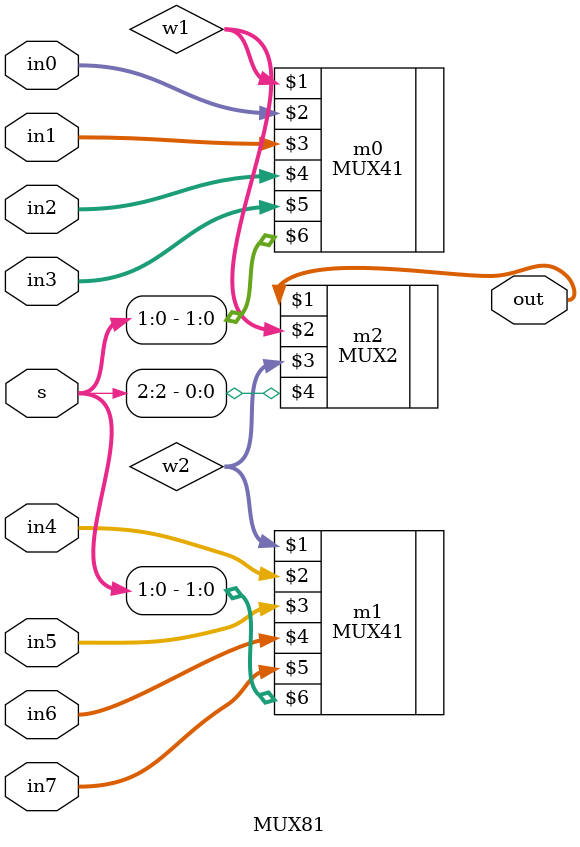
<source format=v>
module MUX81(out,in0,in1,in2,in3,in4,in5,in6,in7,s);

input [2:0] s;
input [31:0] in0, in1, in2, in3,in4,in5,in6,in7;
output [31:0] out;
wire [31:0] w1, w2;

MUX41 m0(w1,in0,in1,in2,in3,s[1:0]);
MUX41 m1(w2,in4,in5,in6,in7,s[1:0]);
MUX2 m2(out,w1,w2,s[2]);

endmodule


</source>
